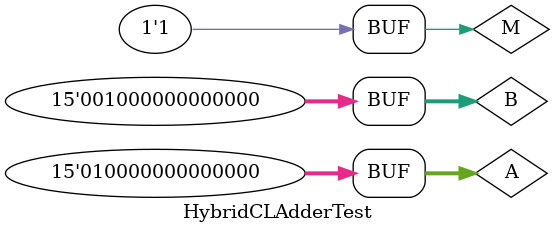
<source format=v>
`timescale 1ns / 1ps


module HybridCLAdderTest;

	// Inputs
	reg [14:0] A;
	reg [14:0] B;
	reg M;

	// Outputs
	wire [14:0] S;
	wire V;
	wire Cout;

	// Instantiate the Unit Under Test (UUT)
	HybridCLAdder15Bit uut (
		.A(A), 
		.B(B), 
		.M(M), 
		.S(S), 
		.V(V), 
		.Cout(Cout)
	);

	initial begin
		// Initialize Inputs		
		A = 15'b010000000000000;
		B = 15'b001000000000000;
		M = 1;
		end
		
endmodule


</source>
